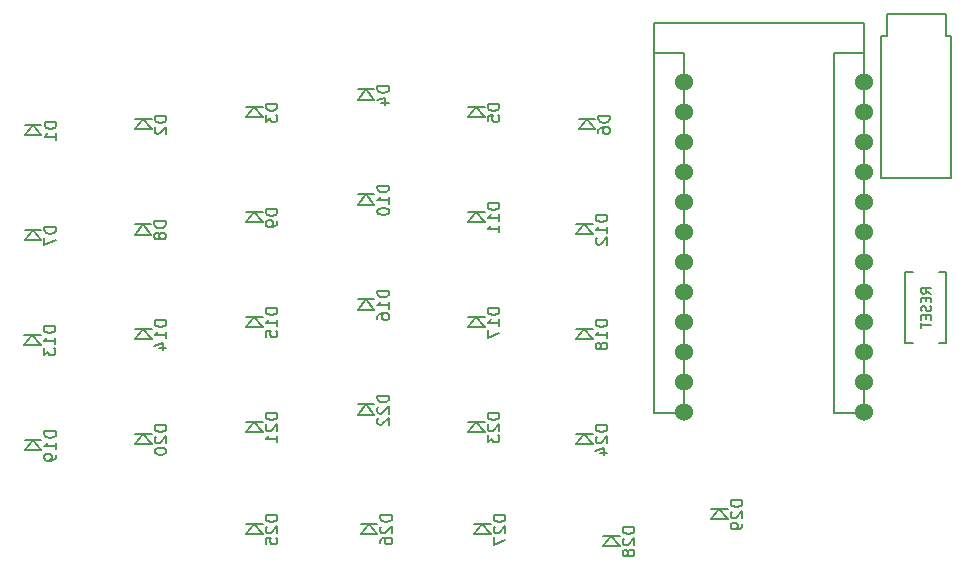
<source format=gbr>
%TF.GenerationSoftware,KiCad,Pcbnew,(6.0.9)*%
%TF.CreationDate,2022-12-16T21:27:41+00:00*%
%TF.ProjectId,PocketSplit-V1,506f636b-6574-4537-906c-69742d56312e,1.0*%
%TF.SameCoordinates,Original*%
%TF.FileFunction,Legend,Bot*%
%TF.FilePolarity,Positive*%
%FSLAX46Y46*%
G04 Gerber Fmt 4.6, Leading zero omitted, Abs format (unit mm)*
G04 Created by KiCad (PCBNEW (6.0.9)) date 2022-12-16 21:27:41*
%MOMM*%
%LPD*%
G01*
G04 APERTURE LIST*
%ADD10C,0.150000*%
%ADD11C,1.524000*%
G04 APERTURE END LIST*
D10*
%TO.C,RST1*%
X105771904Y-64370095D02*
X105390952Y-64103428D01*
X105771904Y-63912952D02*
X104971904Y-63912952D01*
X104971904Y-64217714D01*
X105010000Y-64293904D01*
X105048095Y-64332000D01*
X105124285Y-64370095D01*
X105238571Y-64370095D01*
X105314761Y-64332000D01*
X105352857Y-64293904D01*
X105390952Y-64217714D01*
X105390952Y-63912952D01*
X105352857Y-64712952D02*
X105352857Y-64979619D01*
X105771904Y-65093904D02*
X105771904Y-64712952D01*
X104971904Y-64712952D01*
X104971904Y-65093904D01*
X105733809Y-65398666D02*
X105771904Y-65512952D01*
X105771904Y-65703428D01*
X105733809Y-65779619D01*
X105695714Y-65817714D01*
X105619523Y-65855809D01*
X105543333Y-65855809D01*
X105467142Y-65817714D01*
X105429047Y-65779619D01*
X105390952Y-65703428D01*
X105352857Y-65551047D01*
X105314761Y-65474857D01*
X105276666Y-65436761D01*
X105200476Y-65398666D01*
X105124285Y-65398666D01*
X105048095Y-65436761D01*
X105010000Y-65474857D01*
X104971904Y-65551047D01*
X104971904Y-65741523D01*
X105010000Y-65855809D01*
X105352857Y-66198666D02*
X105352857Y-66465333D01*
X105771904Y-66579619D02*
X105771904Y-66198666D01*
X104971904Y-66198666D01*
X104971904Y-66579619D01*
X104971904Y-66808190D02*
X104971904Y-67265333D01*
X105771904Y-67036761D02*
X104971904Y-67036761D01*
%TO.C,D29*%
X89836380Y-81843714D02*
X88836380Y-81843714D01*
X88836380Y-82081809D01*
X88884000Y-82224666D01*
X88979238Y-82319904D01*
X89074476Y-82367523D01*
X89264952Y-82415142D01*
X89407809Y-82415142D01*
X89598285Y-82367523D01*
X89693523Y-82319904D01*
X89788761Y-82224666D01*
X89836380Y-82081809D01*
X89836380Y-81843714D01*
X88931619Y-82796095D02*
X88884000Y-82843714D01*
X88836380Y-82938952D01*
X88836380Y-83177047D01*
X88884000Y-83272285D01*
X88931619Y-83319904D01*
X89026857Y-83367523D01*
X89122095Y-83367523D01*
X89264952Y-83319904D01*
X89836380Y-82748476D01*
X89836380Y-83367523D01*
X89836380Y-83843714D02*
X89836380Y-84034190D01*
X89788761Y-84129428D01*
X89741142Y-84177047D01*
X89598285Y-84272285D01*
X89407809Y-84319904D01*
X89026857Y-84319904D01*
X88931619Y-84272285D01*
X88884000Y-84224666D01*
X88836380Y-84129428D01*
X88836380Y-83938952D01*
X88884000Y-83843714D01*
X88931619Y-83796095D01*
X89026857Y-83748476D01*
X89264952Y-83748476D01*
X89360190Y-83796095D01*
X89407809Y-83843714D01*
X89455428Y-83938952D01*
X89455428Y-84129428D01*
X89407809Y-84224666D01*
X89360190Y-84272285D01*
X89264952Y-84319904D01*
%TO.C,D6*%
X78608380Y-49299904D02*
X77608380Y-49299904D01*
X77608380Y-49538000D01*
X77656000Y-49680857D01*
X77751238Y-49776095D01*
X77846476Y-49823714D01*
X78036952Y-49871333D01*
X78179809Y-49871333D01*
X78370285Y-49823714D01*
X78465523Y-49776095D01*
X78560761Y-49680857D01*
X78608380Y-49538000D01*
X78608380Y-49299904D01*
X77608380Y-50728476D02*
X77608380Y-50538000D01*
X77656000Y-50442761D01*
X77703619Y-50395142D01*
X77846476Y-50299904D01*
X78036952Y-50252285D01*
X78417904Y-50252285D01*
X78513142Y-50299904D01*
X78560761Y-50347523D01*
X78608380Y-50442761D01*
X78608380Y-50633238D01*
X78560761Y-50728476D01*
X78513142Y-50776095D01*
X78417904Y-50823714D01*
X78179809Y-50823714D01*
X78084571Y-50776095D01*
X78036952Y-50728476D01*
X77989333Y-50633238D01*
X77989333Y-50442761D01*
X78036952Y-50347523D01*
X78084571Y-50299904D01*
X78179809Y-50252285D01*
%TO.C,D12*%
X78406380Y-57717714D02*
X77406380Y-57717714D01*
X77406380Y-57955809D01*
X77454000Y-58098666D01*
X77549238Y-58193904D01*
X77644476Y-58241523D01*
X77834952Y-58289142D01*
X77977809Y-58289142D01*
X78168285Y-58241523D01*
X78263523Y-58193904D01*
X78358761Y-58098666D01*
X78406380Y-57955809D01*
X78406380Y-57717714D01*
X78406380Y-59241523D02*
X78406380Y-58670095D01*
X78406380Y-58955809D02*
X77406380Y-58955809D01*
X77549238Y-58860571D01*
X77644476Y-58765333D01*
X77692095Y-58670095D01*
X77501619Y-59622476D02*
X77454000Y-59670095D01*
X77406380Y-59765333D01*
X77406380Y-60003428D01*
X77454000Y-60098666D01*
X77501619Y-60146285D01*
X77596857Y-60193904D01*
X77692095Y-60193904D01*
X77834952Y-60146285D01*
X78406380Y-59574857D01*
X78406380Y-60193904D01*
%TO.C,D15*%
X50466380Y-65587714D02*
X49466380Y-65587714D01*
X49466380Y-65825809D01*
X49514000Y-65968666D01*
X49609238Y-66063904D01*
X49704476Y-66111523D01*
X49894952Y-66159142D01*
X50037809Y-66159142D01*
X50228285Y-66111523D01*
X50323523Y-66063904D01*
X50418761Y-65968666D01*
X50466380Y-65825809D01*
X50466380Y-65587714D01*
X50466380Y-67111523D02*
X50466380Y-66540095D01*
X50466380Y-66825809D02*
X49466380Y-66825809D01*
X49609238Y-66730571D01*
X49704476Y-66635333D01*
X49752095Y-66540095D01*
X49466380Y-68016285D02*
X49466380Y-67540095D01*
X49942571Y-67492476D01*
X49894952Y-67540095D01*
X49847333Y-67635333D01*
X49847333Y-67873428D01*
X49894952Y-67968666D01*
X49942571Y-68016285D01*
X50037809Y-68063904D01*
X50275904Y-68063904D01*
X50371142Y-68016285D01*
X50418761Y-67968666D01*
X50466380Y-67873428D01*
X50466380Y-67635333D01*
X50418761Y-67540095D01*
X50371142Y-67492476D01*
%TO.C,D28*%
X80692380Y-84129714D02*
X79692380Y-84129714D01*
X79692380Y-84367809D01*
X79740000Y-84510666D01*
X79835238Y-84605904D01*
X79930476Y-84653523D01*
X80120952Y-84701142D01*
X80263809Y-84701142D01*
X80454285Y-84653523D01*
X80549523Y-84605904D01*
X80644761Y-84510666D01*
X80692380Y-84367809D01*
X80692380Y-84129714D01*
X79787619Y-85082095D02*
X79740000Y-85129714D01*
X79692380Y-85224952D01*
X79692380Y-85463047D01*
X79740000Y-85558285D01*
X79787619Y-85605904D01*
X79882857Y-85653523D01*
X79978095Y-85653523D01*
X80120952Y-85605904D01*
X80692380Y-85034476D01*
X80692380Y-85653523D01*
X80120952Y-86224952D02*
X80073333Y-86129714D01*
X80025714Y-86082095D01*
X79930476Y-86034476D01*
X79882857Y-86034476D01*
X79787619Y-86082095D01*
X79740000Y-86129714D01*
X79692380Y-86224952D01*
X79692380Y-86415428D01*
X79740000Y-86510666D01*
X79787619Y-86558285D01*
X79882857Y-86605904D01*
X79930476Y-86605904D01*
X80025714Y-86558285D01*
X80073333Y-86510666D01*
X80120952Y-86415428D01*
X80120952Y-86224952D01*
X80168571Y-86129714D01*
X80216190Y-86082095D01*
X80311428Y-86034476D01*
X80501904Y-86034476D01*
X80597142Y-86082095D01*
X80644761Y-86129714D01*
X80692380Y-86224952D01*
X80692380Y-86415428D01*
X80644761Y-86510666D01*
X80597142Y-86558285D01*
X80501904Y-86605904D01*
X80311428Y-86605904D01*
X80216190Y-86558285D01*
X80168571Y-86510666D01*
X80120952Y-86415428D01*
%TO.C,D7*%
X31722380Y-58701904D02*
X30722380Y-58701904D01*
X30722380Y-58940000D01*
X30770000Y-59082857D01*
X30865238Y-59178095D01*
X30960476Y-59225714D01*
X31150952Y-59273333D01*
X31293809Y-59273333D01*
X31484285Y-59225714D01*
X31579523Y-59178095D01*
X31674761Y-59082857D01*
X31722380Y-58940000D01*
X31722380Y-58701904D01*
X30722380Y-59606666D02*
X30722380Y-60273333D01*
X31722380Y-59844761D01*
%TO.C,D18*%
X78406380Y-66603714D02*
X77406380Y-66603714D01*
X77406380Y-66841809D01*
X77454000Y-66984666D01*
X77549238Y-67079904D01*
X77644476Y-67127523D01*
X77834952Y-67175142D01*
X77977809Y-67175142D01*
X78168285Y-67127523D01*
X78263523Y-67079904D01*
X78358761Y-66984666D01*
X78406380Y-66841809D01*
X78406380Y-66603714D01*
X78406380Y-68127523D02*
X78406380Y-67556095D01*
X78406380Y-67841809D02*
X77406380Y-67841809D01*
X77549238Y-67746571D01*
X77644476Y-67651333D01*
X77692095Y-67556095D01*
X77834952Y-68698952D02*
X77787333Y-68603714D01*
X77739714Y-68556095D01*
X77644476Y-68508476D01*
X77596857Y-68508476D01*
X77501619Y-68556095D01*
X77454000Y-68603714D01*
X77406380Y-68698952D01*
X77406380Y-68889428D01*
X77454000Y-68984666D01*
X77501619Y-69032285D01*
X77596857Y-69079904D01*
X77644476Y-69079904D01*
X77739714Y-69032285D01*
X77787333Y-68984666D01*
X77834952Y-68889428D01*
X77834952Y-68698952D01*
X77882571Y-68603714D01*
X77930190Y-68556095D01*
X78025428Y-68508476D01*
X78215904Y-68508476D01*
X78311142Y-68556095D01*
X78358761Y-68603714D01*
X78406380Y-68698952D01*
X78406380Y-68889428D01*
X78358761Y-68984666D01*
X78311142Y-69032285D01*
X78215904Y-69079904D01*
X78025428Y-69079904D01*
X77930190Y-69032285D01*
X77882571Y-68984666D01*
X77834952Y-68889428D01*
%TO.C,D10*%
X59916380Y-55205714D02*
X58916380Y-55205714D01*
X58916380Y-55443809D01*
X58964000Y-55586666D01*
X59059238Y-55681904D01*
X59154476Y-55729523D01*
X59344952Y-55777142D01*
X59487809Y-55777142D01*
X59678285Y-55729523D01*
X59773523Y-55681904D01*
X59868761Y-55586666D01*
X59916380Y-55443809D01*
X59916380Y-55205714D01*
X59916380Y-56729523D02*
X59916380Y-56158095D01*
X59916380Y-56443809D02*
X58916380Y-56443809D01*
X59059238Y-56348571D01*
X59154476Y-56253333D01*
X59202095Y-56158095D01*
X58916380Y-57348571D02*
X58916380Y-57443809D01*
X58964000Y-57539047D01*
X59011619Y-57586666D01*
X59106857Y-57634285D01*
X59297333Y-57681904D01*
X59535428Y-57681904D01*
X59725904Y-57634285D01*
X59821142Y-57586666D01*
X59868761Y-57539047D01*
X59916380Y-57443809D01*
X59916380Y-57348571D01*
X59868761Y-57253333D01*
X59821142Y-57205714D01*
X59725904Y-57158095D01*
X59535428Y-57110476D01*
X59297333Y-57110476D01*
X59106857Y-57158095D01*
X59011619Y-57205714D01*
X58964000Y-57253333D01*
X58916380Y-57348571D01*
%TO.C,D2*%
X41068380Y-49303904D02*
X40068380Y-49303904D01*
X40068380Y-49542000D01*
X40116000Y-49684857D01*
X40211238Y-49780095D01*
X40306476Y-49827714D01*
X40496952Y-49875333D01*
X40639809Y-49875333D01*
X40830285Y-49827714D01*
X40925523Y-49780095D01*
X41020761Y-49684857D01*
X41068380Y-49542000D01*
X41068380Y-49303904D01*
X40163619Y-50256285D02*
X40116000Y-50303904D01*
X40068380Y-50399142D01*
X40068380Y-50637238D01*
X40116000Y-50732476D01*
X40163619Y-50780095D01*
X40258857Y-50827714D01*
X40354095Y-50827714D01*
X40496952Y-50780095D01*
X41068380Y-50208666D01*
X41068380Y-50827714D01*
%TO.C,D3*%
X50466380Y-48279904D02*
X49466380Y-48279904D01*
X49466380Y-48518000D01*
X49514000Y-48660857D01*
X49609238Y-48756095D01*
X49704476Y-48803714D01*
X49894952Y-48851333D01*
X50037809Y-48851333D01*
X50228285Y-48803714D01*
X50323523Y-48756095D01*
X50418761Y-48660857D01*
X50466380Y-48518000D01*
X50466380Y-48279904D01*
X49466380Y-49184666D02*
X49466380Y-49803714D01*
X49847333Y-49470380D01*
X49847333Y-49613238D01*
X49894952Y-49708476D01*
X49942571Y-49756095D01*
X50037809Y-49803714D01*
X50275904Y-49803714D01*
X50371142Y-49756095D01*
X50418761Y-49708476D01*
X50466380Y-49613238D01*
X50466380Y-49327523D01*
X50418761Y-49232285D01*
X50371142Y-49184666D01*
%TO.C,D19*%
X31722380Y-76005714D02*
X30722380Y-76005714D01*
X30722380Y-76243809D01*
X30770000Y-76386666D01*
X30865238Y-76481904D01*
X30960476Y-76529523D01*
X31150952Y-76577142D01*
X31293809Y-76577142D01*
X31484285Y-76529523D01*
X31579523Y-76481904D01*
X31674761Y-76386666D01*
X31722380Y-76243809D01*
X31722380Y-76005714D01*
X31722380Y-77529523D02*
X31722380Y-76958095D01*
X31722380Y-77243809D02*
X30722380Y-77243809D01*
X30865238Y-77148571D01*
X30960476Y-77053333D01*
X31008095Y-76958095D01*
X31722380Y-78005714D02*
X31722380Y-78196190D01*
X31674761Y-78291428D01*
X31627142Y-78339047D01*
X31484285Y-78434285D01*
X31293809Y-78481904D01*
X30912857Y-78481904D01*
X30817619Y-78434285D01*
X30770000Y-78386666D01*
X30722380Y-78291428D01*
X30722380Y-78100952D01*
X30770000Y-78005714D01*
X30817619Y-77958095D01*
X30912857Y-77910476D01*
X31150952Y-77910476D01*
X31246190Y-77958095D01*
X31293809Y-78005714D01*
X31341428Y-78100952D01*
X31341428Y-78291428D01*
X31293809Y-78386666D01*
X31246190Y-78434285D01*
X31150952Y-78481904D01*
%TO.C,D26*%
X60170380Y-83113714D02*
X59170380Y-83113714D01*
X59170380Y-83351809D01*
X59218000Y-83494666D01*
X59313238Y-83589904D01*
X59408476Y-83637523D01*
X59598952Y-83685142D01*
X59741809Y-83685142D01*
X59932285Y-83637523D01*
X60027523Y-83589904D01*
X60122761Y-83494666D01*
X60170380Y-83351809D01*
X60170380Y-83113714D01*
X59265619Y-84066095D02*
X59218000Y-84113714D01*
X59170380Y-84208952D01*
X59170380Y-84447047D01*
X59218000Y-84542285D01*
X59265619Y-84589904D01*
X59360857Y-84637523D01*
X59456095Y-84637523D01*
X59598952Y-84589904D01*
X60170380Y-84018476D01*
X60170380Y-84637523D01*
X59170380Y-85494666D02*
X59170380Y-85304190D01*
X59218000Y-85208952D01*
X59265619Y-85161333D01*
X59408476Y-85066095D01*
X59598952Y-85018476D01*
X59979904Y-85018476D01*
X60075142Y-85066095D01*
X60122761Y-85113714D01*
X60170380Y-85208952D01*
X60170380Y-85399428D01*
X60122761Y-85494666D01*
X60075142Y-85542285D01*
X59979904Y-85589904D01*
X59741809Y-85589904D01*
X59646571Y-85542285D01*
X59598952Y-85494666D01*
X59551333Y-85399428D01*
X59551333Y-85208952D01*
X59598952Y-85113714D01*
X59646571Y-85066095D01*
X59741809Y-85018476D01*
%TO.C,D27*%
X69770380Y-83113714D02*
X68770380Y-83113714D01*
X68770380Y-83351809D01*
X68818000Y-83494666D01*
X68913238Y-83589904D01*
X69008476Y-83637523D01*
X69198952Y-83685142D01*
X69341809Y-83685142D01*
X69532285Y-83637523D01*
X69627523Y-83589904D01*
X69722761Y-83494666D01*
X69770380Y-83351809D01*
X69770380Y-83113714D01*
X68865619Y-84066095D02*
X68818000Y-84113714D01*
X68770380Y-84208952D01*
X68770380Y-84447047D01*
X68818000Y-84542285D01*
X68865619Y-84589904D01*
X68960857Y-84637523D01*
X69056095Y-84637523D01*
X69198952Y-84589904D01*
X69770380Y-84018476D01*
X69770380Y-84637523D01*
X68770380Y-84970857D02*
X68770380Y-85637523D01*
X69770380Y-85208952D01*
%TO.C,D22*%
X59916380Y-72989714D02*
X58916380Y-72989714D01*
X58916380Y-73227809D01*
X58964000Y-73370666D01*
X59059238Y-73465904D01*
X59154476Y-73513523D01*
X59344952Y-73561142D01*
X59487809Y-73561142D01*
X59678285Y-73513523D01*
X59773523Y-73465904D01*
X59868761Y-73370666D01*
X59916380Y-73227809D01*
X59916380Y-72989714D01*
X59011619Y-73942095D02*
X58964000Y-73989714D01*
X58916380Y-74084952D01*
X58916380Y-74323047D01*
X58964000Y-74418285D01*
X59011619Y-74465904D01*
X59106857Y-74513523D01*
X59202095Y-74513523D01*
X59344952Y-74465904D01*
X59916380Y-73894476D01*
X59916380Y-74513523D01*
X59011619Y-74894476D02*
X58964000Y-74942095D01*
X58916380Y-75037333D01*
X58916380Y-75275428D01*
X58964000Y-75370666D01*
X59011619Y-75418285D01*
X59106857Y-75465904D01*
X59202095Y-75465904D01*
X59344952Y-75418285D01*
X59916380Y-74846857D01*
X59916380Y-75465904D01*
%TO.C,D9*%
X50466380Y-57173904D02*
X49466380Y-57173904D01*
X49466380Y-57412000D01*
X49514000Y-57554857D01*
X49609238Y-57650095D01*
X49704476Y-57697714D01*
X49894952Y-57745333D01*
X50037809Y-57745333D01*
X50228285Y-57697714D01*
X50323523Y-57650095D01*
X50418761Y-57554857D01*
X50466380Y-57412000D01*
X50466380Y-57173904D01*
X50466380Y-58221523D02*
X50466380Y-58412000D01*
X50418761Y-58507238D01*
X50371142Y-58554857D01*
X50228285Y-58650095D01*
X50037809Y-58697714D01*
X49656857Y-58697714D01*
X49561619Y-58650095D01*
X49514000Y-58602476D01*
X49466380Y-58507238D01*
X49466380Y-58316761D01*
X49514000Y-58221523D01*
X49561619Y-58173904D01*
X49656857Y-58126285D01*
X49894952Y-58126285D01*
X49990190Y-58173904D01*
X50037809Y-58221523D01*
X50085428Y-58316761D01*
X50085428Y-58507238D01*
X50037809Y-58602476D01*
X49990190Y-58650095D01*
X49894952Y-58697714D01*
%TO.C,D13*%
X31670380Y-67111714D02*
X30670380Y-67111714D01*
X30670380Y-67349809D01*
X30718000Y-67492666D01*
X30813238Y-67587904D01*
X30908476Y-67635523D01*
X31098952Y-67683142D01*
X31241809Y-67683142D01*
X31432285Y-67635523D01*
X31527523Y-67587904D01*
X31622761Y-67492666D01*
X31670380Y-67349809D01*
X31670380Y-67111714D01*
X31670380Y-68635523D02*
X31670380Y-68064095D01*
X31670380Y-68349809D02*
X30670380Y-68349809D01*
X30813238Y-68254571D01*
X30908476Y-68159333D01*
X30956095Y-68064095D01*
X30670380Y-68968857D02*
X30670380Y-69587904D01*
X31051333Y-69254571D01*
X31051333Y-69397428D01*
X31098952Y-69492666D01*
X31146571Y-69540285D01*
X31241809Y-69587904D01*
X31479904Y-69587904D01*
X31575142Y-69540285D01*
X31622761Y-69492666D01*
X31670380Y-69397428D01*
X31670380Y-69111714D01*
X31622761Y-69016476D01*
X31575142Y-68968857D01*
%TO.C,D24*%
X78406380Y-75493714D02*
X77406380Y-75493714D01*
X77406380Y-75731809D01*
X77454000Y-75874666D01*
X77549238Y-75969904D01*
X77644476Y-76017523D01*
X77834952Y-76065142D01*
X77977809Y-76065142D01*
X78168285Y-76017523D01*
X78263523Y-75969904D01*
X78358761Y-75874666D01*
X78406380Y-75731809D01*
X78406380Y-75493714D01*
X77501619Y-76446095D02*
X77454000Y-76493714D01*
X77406380Y-76588952D01*
X77406380Y-76827047D01*
X77454000Y-76922285D01*
X77501619Y-76969904D01*
X77596857Y-77017523D01*
X77692095Y-77017523D01*
X77834952Y-76969904D01*
X78406380Y-76398476D01*
X78406380Y-77017523D01*
X77739714Y-77874666D02*
X78406380Y-77874666D01*
X77358761Y-77636571D02*
X78073047Y-77398476D01*
X78073047Y-78017523D01*
%TO.C,D16*%
X59916380Y-64095714D02*
X58916380Y-64095714D01*
X58916380Y-64333809D01*
X58964000Y-64476666D01*
X59059238Y-64571904D01*
X59154476Y-64619523D01*
X59344952Y-64667142D01*
X59487809Y-64667142D01*
X59678285Y-64619523D01*
X59773523Y-64571904D01*
X59868761Y-64476666D01*
X59916380Y-64333809D01*
X59916380Y-64095714D01*
X59916380Y-65619523D02*
X59916380Y-65048095D01*
X59916380Y-65333809D02*
X58916380Y-65333809D01*
X59059238Y-65238571D01*
X59154476Y-65143333D01*
X59202095Y-65048095D01*
X58916380Y-66476666D02*
X58916380Y-66286190D01*
X58964000Y-66190952D01*
X59011619Y-66143333D01*
X59154476Y-66048095D01*
X59344952Y-66000476D01*
X59725904Y-66000476D01*
X59821142Y-66048095D01*
X59868761Y-66095714D01*
X59916380Y-66190952D01*
X59916380Y-66381428D01*
X59868761Y-66476666D01*
X59821142Y-66524285D01*
X59725904Y-66571904D01*
X59487809Y-66571904D01*
X59392571Y-66524285D01*
X59344952Y-66476666D01*
X59297333Y-66381428D01*
X59297333Y-66190952D01*
X59344952Y-66095714D01*
X59392571Y-66048095D01*
X59487809Y-66000476D01*
%TO.C,D21*%
X50466380Y-74473714D02*
X49466380Y-74473714D01*
X49466380Y-74711809D01*
X49514000Y-74854666D01*
X49609238Y-74949904D01*
X49704476Y-74997523D01*
X49894952Y-75045142D01*
X50037809Y-75045142D01*
X50228285Y-74997523D01*
X50323523Y-74949904D01*
X50418761Y-74854666D01*
X50466380Y-74711809D01*
X50466380Y-74473714D01*
X49561619Y-75426095D02*
X49514000Y-75473714D01*
X49466380Y-75568952D01*
X49466380Y-75807047D01*
X49514000Y-75902285D01*
X49561619Y-75949904D01*
X49656857Y-75997523D01*
X49752095Y-75997523D01*
X49894952Y-75949904D01*
X50466380Y-75378476D01*
X50466380Y-75997523D01*
X50466380Y-76949904D02*
X50466380Y-76378476D01*
X50466380Y-76664190D02*
X49466380Y-76664190D01*
X49609238Y-76568952D01*
X49704476Y-76473714D01*
X49752095Y-76378476D01*
%TO.C,D23*%
X69262380Y-74473714D02*
X68262380Y-74473714D01*
X68262380Y-74711809D01*
X68310000Y-74854666D01*
X68405238Y-74949904D01*
X68500476Y-74997523D01*
X68690952Y-75045142D01*
X68833809Y-75045142D01*
X69024285Y-74997523D01*
X69119523Y-74949904D01*
X69214761Y-74854666D01*
X69262380Y-74711809D01*
X69262380Y-74473714D01*
X68357619Y-75426095D02*
X68310000Y-75473714D01*
X68262380Y-75568952D01*
X68262380Y-75807047D01*
X68310000Y-75902285D01*
X68357619Y-75949904D01*
X68452857Y-75997523D01*
X68548095Y-75997523D01*
X68690952Y-75949904D01*
X69262380Y-75378476D01*
X69262380Y-75997523D01*
X68262380Y-76330857D02*
X68262380Y-76949904D01*
X68643333Y-76616571D01*
X68643333Y-76759428D01*
X68690952Y-76854666D01*
X68738571Y-76902285D01*
X68833809Y-76949904D01*
X69071904Y-76949904D01*
X69167142Y-76902285D01*
X69214761Y-76854666D01*
X69262380Y-76759428D01*
X69262380Y-76473714D01*
X69214761Y-76378476D01*
X69167142Y-76330857D01*
%TO.C,D17*%
X69262380Y-65583714D02*
X68262380Y-65583714D01*
X68262380Y-65821809D01*
X68310000Y-65964666D01*
X68405238Y-66059904D01*
X68500476Y-66107523D01*
X68690952Y-66155142D01*
X68833809Y-66155142D01*
X69024285Y-66107523D01*
X69119523Y-66059904D01*
X69214761Y-65964666D01*
X69262380Y-65821809D01*
X69262380Y-65583714D01*
X69262380Y-67107523D02*
X69262380Y-66536095D01*
X69262380Y-66821809D02*
X68262380Y-66821809D01*
X68405238Y-66726571D01*
X68500476Y-66631333D01*
X68548095Y-66536095D01*
X68262380Y-67440857D02*
X68262380Y-68107523D01*
X69262380Y-67678952D01*
%TO.C,D11*%
X69262380Y-56693714D02*
X68262380Y-56693714D01*
X68262380Y-56931809D01*
X68310000Y-57074666D01*
X68405238Y-57169904D01*
X68500476Y-57217523D01*
X68690952Y-57265142D01*
X68833809Y-57265142D01*
X69024285Y-57217523D01*
X69119523Y-57169904D01*
X69214761Y-57074666D01*
X69262380Y-56931809D01*
X69262380Y-56693714D01*
X69262380Y-58217523D02*
X69262380Y-57646095D01*
X69262380Y-57931809D02*
X68262380Y-57931809D01*
X68405238Y-57836571D01*
X68500476Y-57741333D01*
X68548095Y-57646095D01*
X69262380Y-59169904D02*
X69262380Y-58598476D01*
X69262380Y-58884190D02*
X68262380Y-58884190D01*
X68405238Y-58788952D01*
X68500476Y-58693714D01*
X68548095Y-58598476D01*
%TO.C,D20*%
X41068380Y-75497714D02*
X40068380Y-75497714D01*
X40068380Y-75735809D01*
X40116000Y-75878666D01*
X40211238Y-75973904D01*
X40306476Y-76021523D01*
X40496952Y-76069142D01*
X40639809Y-76069142D01*
X40830285Y-76021523D01*
X40925523Y-75973904D01*
X41020761Y-75878666D01*
X41068380Y-75735809D01*
X41068380Y-75497714D01*
X40163619Y-76450095D02*
X40116000Y-76497714D01*
X40068380Y-76592952D01*
X40068380Y-76831047D01*
X40116000Y-76926285D01*
X40163619Y-76973904D01*
X40258857Y-77021523D01*
X40354095Y-77021523D01*
X40496952Y-76973904D01*
X41068380Y-76402476D01*
X41068380Y-77021523D01*
X40068380Y-77640571D02*
X40068380Y-77735809D01*
X40116000Y-77831047D01*
X40163619Y-77878666D01*
X40258857Y-77926285D01*
X40449333Y-77973904D01*
X40687428Y-77973904D01*
X40877904Y-77926285D01*
X40973142Y-77878666D01*
X41020761Y-77831047D01*
X41068380Y-77735809D01*
X41068380Y-77640571D01*
X41020761Y-77545333D01*
X40973142Y-77497714D01*
X40877904Y-77450095D01*
X40687428Y-77402476D01*
X40449333Y-77402476D01*
X40258857Y-77450095D01*
X40163619Y-77497714D01*
X40116000Y-77545333D01*
X40068380Y-77640571D01*
%TO.C,D8*%
X41016380Y-58233904D02*
X40016380Y-58233904D01*
X40016380Y-58472000D01*
X40064000Y-58614857D01*
X40159238Y-58710095D01*
X40254476Y-58757714D01*
X40444952Y-58805333D01*
X40587809Y-58805333D01*
X40778285Y-58757714D01*
X40873523Y-58710095D01*
X40968761Y-58614857D01*
X41016380Y-58472000D01*
X41016380Y-58233904D01*
X40444952Y-59376761D02*
X40397333Y-59281523D01*
X40349714Y-59233904D01*
X40254476Y-59186285D01*
X40206857Y-59186285D01*
X40111619Y-59233904D01*
X40064000Y-59281523D01*
X40016380Y-59376761D01*
X40016380Y-59567238D01*
X40064000Y-59662476D01*
X40111619Y-59710095D01*
X40206857Y-59757714D01*
X40254476Y-59757714D01*
X40349714Y-59710095D01*
X40397333Y-59662476D01*
X40444952Y-59567238D01*
X40444952Y-59376761D01*
X40492571Y-59281523D01*
X40540190Y-59233904D01*
X40635428Y-59186285D01*
X40825904Y-59186285D01*
X40921142Y-59233904D01*
X40968761Y-59281523D01*
X41016380Y-59376761D01*
X41016380Y-59567238D01*
X40968761Y-59662476D01*
X40921142Y-59710095D01*
X40825904Y-59757714D01*
X40635428Y-59757714D01*
X40540190Y-59710095D01*
X40492571Y-59662476D01*
X40444952Y-59567238D01*
%TO.C,D5*%
X69262380Y-48283904D02*
X68262380Y-48283904D01*
X68262380Y-48522000D01*
X68310000Y-48664857D01*
X68405238Y-48760095D01*
X68500476Y-48807714D01*
X68690952Y-48855333D01*
X68833809Y-48855333D01*
X69024285Y-48807714D01*
X69119523Y-48760095D01*
X69214761Y-48664857D01*
X69262380Y-48522000D01*
X69262380Y-48283904D01*
X68262380Y-49760095D02*
X68262380Y-49283904D01*
X68738571Y-49236285D01*
X68690952Y-49283904D01*
X68643333Y-49379142D01*
X68643333Y-49617238D01*
X68690952Y-49712476D01*
X68738571Y-49760095D01*
X68833809Y-49807714D01*
X69071904Y-49807714D01*
X69167142Y-49760095D01*
X69214761Y-49712476D01*
X69262380Y-49617238D01*
X69262380Y-49379142D01*
X69214761Y-49283904D01*
X69167142Y-49236285D01*
%TO.C,D1*%
X31746380Y-49811904D02*
X30746380Y-49811904D01*
X30746380Y-50050000D01*
X30794000Y-50192857D01*
X30889238Y-50288095D01*
X30984476Y-50335714D01*
X31174952Y-50383333D01*
X31317809Y-50383333D01*
X31508285Y-50335714D01*
X31603523Y-50288095D01*
X31698761Y-50192857D01*
X31746380Y-50050000D01*
X31746380Y-49811904D01*
X31746380Y-51335714D02*
X31746380Y-50764285D01*
X31746380Y-51050000D02*
X30746380Y-51050000D01*
X30889238Y-50954761D01*
X30984476Y-50859523D01*
X31032095Y-50764285D01*
%TO.C,D4*%
X59916380Y-46795904D02*
X58916380Y-46795904D01*
X58916380Y-47034000D01*
X58964000Y-47176857D01*
X59059238Y-47272095D01*
X59154476Y-47319714D01*
X59344952Y-47367333D01*
X59487809Y-47367333D01*
X59678285Y-47319714D01*
X59773523Y-47272095D01*
X59868761Y-47176857D01*
X59916380Y-47034000D01*
X59916380Y-46795904D01*
X59249714Y-48224476D02*
X59916380Y-48224476D01*
X58868761Y-47986380D02*
X59583047Y-47748285D01*
X59583047Y-48367333D01*
%TO.C,D14*%
X41068380Y-66603714D02*
X40068380Y-66603714D01*
X40068380Y-66841809D01*
X40116000Y-66984666D01*
X40211238Y-67079904D01*
X40306476Y-67127523D01*
X40496952Y-67175142D01*
X40639809Y-67175142D01*
X40830285Y-67127523D01*
X40925523Y-67079904D01*
X41020761Y-66984666D01*
X41068380Y-66841809D01*
X41068380Y-66603714D01*
X41068380Y-68127523D02*
X41068380Y-67556095D01*
X41068380Y-67841809D02*
X40068380Y-67841809D01*
X40211238Y-67746571D01*
X40306476Y-67651333D01*
X40354095Y-67556095D01*
X40401714Y-68984666D02*
X41068380Y-68984666D01*
X40020761Y-68746571D02*
X40735047Y-68508476D01*
X40735047Y-69127523D01*
%TO.C,D25*%
X50466380Y-83113714D02*
X49466380Y-83113714D01*
X49466380Y-83351809D01*
X49514000Y-83494666D01*
X49609238Y-83589904D01*
X49704476Y-83637523D01*
X49894952Y-83685142D01*
X50037809Y-83685142D01*
X50228285Y-83637523D01*
X50323523Y-83589904D01*
X50418761Y-83494666D01*
X50466380Y-83351809D01*
X50466380Y-83113714D01*
X49561619Y-84066095D02*
X49514000Y-84113714D01*
X49466380Y-84208952D01*
X49466380Y-84447047D01*
X49514000Y-84542285D01*
X49561619Y-84589904D01*
X49656857Y-84637523D01*
X49752095Y-84637523D01*
X49894952Y-84589904D01*
X50466380Y-84018476D01*
X50466380Y-84637523D01*
X49466380Y-85542285D02*
X49466380Y-85066095D01*
X49942571Y-85018476D01*
X49894952Y-85066095D01*
X49847333Y-85161333D01*
X49847333Y-85399428D01*
X49894952Y-85494666D01*
X49942571Y-85542285D01*
X50037809Y-85589904D01*
X50275904Y-85589904D01*
X50371142Y-85542285D01*
X50418761Y-85494666D01*
X50466380Y-85399428D01*
X50466380Y-85161333D01*
X50418761Y-85066095D01*
X50371142Y-85018476D01*
%TO.C,MCU1*%
X82318720Y-74422000D02*
X82318720Y-43942000D01*
X100098720Y-43942000D02*
X100098720Y-74422000D01*
X84858720Y-74422000D02*
X82318720Y-74422000D01*
X100098720Y-74422000D02*
X97558720Y-74422000D01*
X97558720Y-43942000D02*
X100098720Y-43942000D01*
X82318720Y-74422000D02*
X82318720Y-41402000D01*
X97558720Y-74422000D02*
X97558720Y-43942000D01*
X82318720Y-41402000D02*
X100098720Y-41402000D01*
X84858720Y-43942000D02*
X84858720Y-74422000D01*
X82318720Y-43942000D02*
X84858720Y-43942000D01*
X100098720Y-41402000D02*
X100098720Y-74422000D01*
%TO.C,J1*%
X107535000Y-42568500D02*
X107535000Y-54568500D01*
X102085000Y-40668500D02*
X107035000Y-40668500D01*
X102035000Y-42568500D02*
X102035000Y-40668500D01*
X101535000Y-42568500D02*
X102035000Y-42568500D01*
X107535000Y-42568500D02*
X107035000Y-42568500D01*
X107035000Y-42568500D02*
X107035000Y-40668500D01*
X101535000Y-54568500D02*
X101535000Y-42568500D01*
X107535000Y-54568500D02*
X101535000Y-54568500D01*
%TO.C,RST1*%
X103610000Y-68532000D02*
X103610000Y-62532000D01*
X103610000Y-68532000D02*
X103610000Y-62632000D01*
X103610000Y-62532000D02*
X104310000Y-62532000D01*
X107110000Y-62532000D02*
X106510000Y-62532000D01*
X103610000Y-68532000D02*
X104310000Y-68532000D01*
X107110000Y-62532000D02*
X107110000Y-68532000D01*
X107110000Y-68532000D02*
X106510000Y-68532000D01*
%TO.C,D29*%
X87184000Y-82558000D02*
X88584000Y-82558000D01*
X87884000Y-82558000D02*
X87184000Y-83458000D01*
X88584000Y-83458000D02*
X87884000Y-82558000D01*
X87184000Y-83458000D02*
X88584000Y-83458000D01*
%TO.C,D6*%
X77356000Y-50438000D02*
X76656000Y-49538000D01*
X75956000Y-50438000D02*
X77356000Y-50438000D01*
X76656000Y-49538000D02*
X75956000Y-50438000D01*
X75956000Y-49538000D02*
X77356000Y-49538000D01*
%TO.C,D12*%
X76454000Y-58432000D02*
X75754000Y-59332000D01*
X75754000Y-59332000D02*
X77154000Y-59332000D01*
X75754000Y-58432000D02*
X77154000Y-58432000D01*
X77154000Y-59332000D02*
X76454000Y-58432000D01*
%TO.C,D15*%
X47814000Y-67202000D02*
X49214000Y-67202000D01*
X47814000Y-66302000D02*
X49214000Y-66302000D01*
X49214000Y-67202000D02*
X48514000Y-66302000D01*
X48514000Y-66302000D02*
X47814000Y-67202000D01*
%TO.C,D28*%
X79440000Y-85744000D02*
X78740000Y-84844000D01*
X78740000Y-84844000D02*
X78040000Y-85744000D01*
X78040000Y-85744000D02*
X79440000Y-85744000D01*
X78040000Y-84844000D02*
X79440000Y-84844000D01*
%TO.C,D7*%
X29070000Y-59840000D02*
X30470000Y-59840000D01*
X30470000Y-59840000D02*
X29770000Y-58940000D01*
X29070000Y-58940000D02*
X30470000Y-58940000D01*
X29770000Y-58940000D02*
X29070000Y-59840000D01*
%TO.C,D18*%
X75754000Y-68218000D02*
X77154000Y-68218000D01*
X75754000Y-67318000D02*
X77154000Y-67318000D01*
X77154000Y-68218000D02*
X76454000Y-67318000D01*
X76454000Y-67318000D02*
X75754000Y-68218000D01*
%TO.C,D10*%
X58664000Y-56820000D02*
X57964000Y-55920000D01*
X57964000Y-55920000D02*
X57264000Y-56820000D01*
X57264000Y-56820000D02*
X58664000Y-56820000D01*
X57264000Y-55920000D02*
X58664000Y-55920000D01*
%TO.C,D2*%
X38416000Y-49542000D02*
X39816000Y-49542000D01*
X39816000Y-50442000D02*
X39116000Y-49542000D01*
X39116000Y-49542000D02*
X38416000Y-50442000D01*
X38416000Y-50442000D02*
X39816000Y-50442000D01*
%TO.C,D3*%
X48514000Y-48518000D02*
X47814000Y-49418000D01*
X49214000Y-49418000D02*
X48514000Y-48518000D01*
X47814000Y-48518000D02*
X49214000Y-48518000D01*
X47814000Y-49418000D02*
X49214000Y-49418000D01*
%TO.C,D19*%
X30470000Y-77620000D02*
X29770000Y-76720000D01*
X29070000Y-77620000D02*
X30470000Y-77620000D01*
X29770000Y-76720000D02*
X29070000Y-77620000D01*
X29070000Y-76720000D02*
X30470000Y-76720000D01*
%TO.C,D26*%
X57518000Y-84728000D02*
X58918000Y-84728000D01*
X58218000Y-83828000D02*
X57518000Y-84728000D01*
X58918000Y-84728000D02*
X58218000Y-83828000D01*
X57518000Y-83828000D02*
X58918000Y-83828000D01*
%TO.C,D27*%
X67818000Y-83828000D02*
X67118000Y-84728000D01*
X67118000Y-84728000D02*
X68518000Y-84728000D01*
X67118000Y-83828000D02*
X68518000Y-83828000D01*
X68518000Y-84728000D02*
X67818000Y-83828000D01*
%TO.C,D22*%
X57264000Y-74604000D02*
X58664000Y-74604000D01*
X58664000Y-74604000D02*
X57964000Y-73704000D01*
X57964000Y-73704000D02*
X57264000Y-74604000D01*
X57264000Y-73704000D02*
X58664000Y-73704000D01*
%TO.C,D9*%
X48514000Y-57412000D02*
X47814000Y-58312000D01*
X47814000Y-57412000D02*
X49214000Y-57412000D01*
X49214000Y-58312000D02*
X48514000Y-57412000D01*
X47814000Y-58312000D02*
X49214000Y-58312000D01*
%TO.C,D13*%
X29018000Y-67826000D02*
X30418000Y-67826000D01*
X29018000Y-68726000D02*
X30418000Y-68726000D01*
X30418000Y-68726000D02*
X29718000Y-67826000D01*
X29718000Y-67826000D02*
X29018000Y-68726000D01*
%TO.C,D24*%
X75754000Y-77108000D02*
X77154000Y-77108000D01*
X77154000Y-77108000D02*
X76454000Y-76208000D01*
X76454000Y-76208000D02*
X75754000Y-77108000D01*
X75754000Y-76208000D02*
X77154000Y-76208000D01*
%TO.C,D16*%
X57964000Y-64810000D02*
X57264000Y-65710000D01*
X57264000Y-64810000D02*
X58664000Y-64810000D01*
X58664000Y-65710000D02*
X57964000Y-64810000D01*
X57264000Y-65710000D02*
X58664000Y-65710000D01*
%TO.C,D21*%
X48514000Y-75188000D02*
X47814000Y-76088000D01*
X49214000Y-76088000D02*
X48514000Y-75188000D01*
X47814000Y-75188000D02*
X49214000Y-75188000D01*
X47814000Y-76088000D02*
X49214000Y-76088000D01*
%TO.C,D23*%
X66610000Y-76088000D02*
X68010000Y-76088000D01*
X67310000Y-75188000D02*
X66610000Y-76088000D01*
X68010000Y-76088000D02*
X67310000Y-75188000D01*
X66610000Y-75188000D02*
X68010000Y-75188000D01*
%TO.C,D17*%
X67310000Y-66298000D02*
X66610000Y-67198000D01*
X66610000Y-66298000D02*
X68010000Y-66298000D01*
X66610000Y-67198000D02*
X68010000Y-67198000D01*
X68010000Y-67198000D02*
X67310000Y-66298000D01*
%TO.C,D11*%
X66610000Y-57408000D02*
X68010000Y-57408000D01*
X68010000Y-58308000D02*
X67310000Y-57408000D01*
X66610000Y-58308000D02*
X68010000Y-58308000D01*
X67310000Y-57408000D02*
X66610000Y-58308000D01*
%TO.C,D20*%
X38416000Y-77112000D02*
X39816000Y-77112000D01*
X39816000Y-77112000D02*
X39116000Y-76212000D01*
X39116000Y-76212000D02*
X38416000Y-77112000D01*
X38416000Y-76212000D02*
X39816000Y-76212000D01*
%TO.C,D8*%
X39764000Y-59372000D02*
X39064000Y-58472000D01*
X39064000Y-58472000D02*
X38364000Y-59372000D01*
X38364000Y-59372000D02*
X39764000Y-59372000D01*
X38364000Y-58472000D02*
X39764000Y-58472000D01*
%TO.C,D5*%
X66610000Y-49422000D02*
X68010000Y-49422000D01*
X68010000Y-49422000D02*
X67310000Y-48522000D01*
X66610000Y-48522000D02*
X68010000Y-48522000D01*
X67310000Y-48522000D02*
X66610000Y-49422000D01*
%TO.C,D1*%
X29070000Y-50050000D02*
X30470000Y-50050000D01*
X29770000Y-50050000D02*
X29070000Y-50950000D01*
X30470000Y-50950000D02*
X29770000Y-50050000D01*
X29070000Y-50950000D02*
X30470000Y-50950000D01*
%TO.C,D4*%
X57264000Y-47034000D02*
X58664000Y-47034000D01*
X57264000Y-47934000D02*
X58664000Y-47934000D01*
X58664000Y-47934000D02*
X57964000Y-47034000D01*
X57964000Y-47034000D02*
X57264000Y-47934000D01*
%TO.C,D14*%
X39816000Y-68218000D02*
X39116000Y-67318000D01*
X38416000Y-67318000D02*
X39816000Y-67318000D01*
X38416000Y-68218000D02*
X39816000Y-68218000D01*
X39116000Y-67318000D02*
X38416000Y-68218000D01*
%TO.C,D25*%
X47814000Y-84728000D02*
X49214000Y-84728000D01*
X48514000Y-83828000D02*
X47814000Y-84728000D01*
X47814000Y-83828000D02*
X49214000Y-83828000D01*
X49214000Y-84728000D02*
X48514000Y-83828000D01*
%TD*%
D11*
%TO.C,MCU1*%
X100127535Y-46407745D03*
X100127535Y-48947745D03*
X100127535Y-51487745D03*
X100127535Y-54027745D03*
X100127535Y-56567745D03*
X100127535Y-59107745D03*
X100127535Y-61647745D03*
X100127535Y-64187745D03*
X100127535Y-66727745D03*
X100127535Y-69267745D03*
X100127535Y-71807745D03*
X100127535Y-74347745D03*
X84887535Y-74347745D03*
X84887535Y-71807745D03*
X84887535Y-69267745D03*
X84887535Y-66727745D03*
X84887535Y-64187745D03*
X84887535Y-61647745D03*
X84887535Y-59107745D03*
X84887535Y-56567745D03*
X84887535Y-54027745D03*
X84887535Y-51487745D03*
X84887535Y-48947745D03*
X84887535Y-46407745D03*
%TD*%
M02*

</source>
